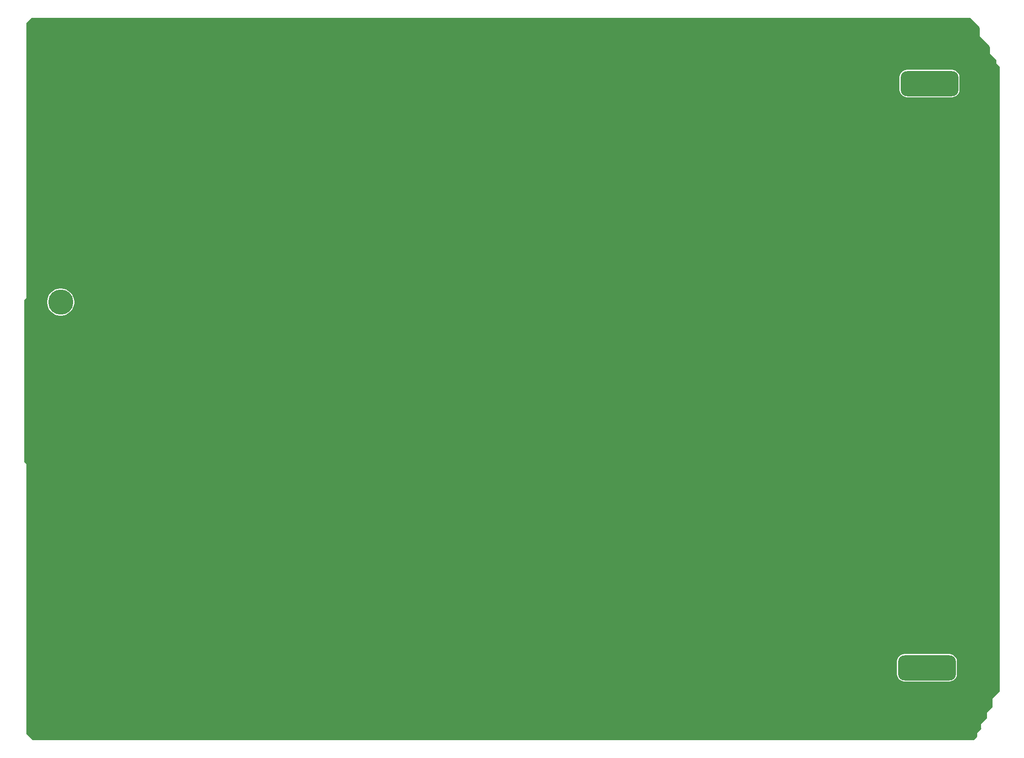
<source format=gbl>
G04*
G04 #@! TF.GenerationSoftware,Altium Limited,Altium Designer,21.9.1 (22)*
G04*
G04 Layer_Physical_Order=2*
G04 Layer_Color=16711680*
%FSLAX25Y25*%
%MOIN*%
G70*
G04*
G04 #@! TF.SameCoordinates,EB531D62-1C1F-4276-9C7D-F9011C492E8E*
G04*
G04*
G04 #@! TF.FilePolarity,Positive*
G04*
G01*
G75*
G04:AMPARAMS|DCode=22|XSize=196.85mil|YSize=452.76mil|CornerRadius=49.21mil|HoleSize=0mil|Usage=FLASHONLY|Rotation=90.000|XOffset=0mil|YOffset=0mil|HoleType=Round|Shape=RoundedRectangle|*
%AMROUNDEDRECTD22*
21,1,0.19685,0.35433,0,0,90.0*
21,1,0.09843,0.45276,0,0,90.0*
1,1,0.09843,0.17717,0.04921*
1,1,0.09843,0.17717,-0.04921*
1,1,0.09843,-0.17717,-0.04921*
1,1,0.09843,-0.17717,0.04921*
%
%ADD22ROUNDEDRECTD22*%
%ADD23C,0.19685*%
%ADD24C,0.05000*%
G36*
X860767Y1062733D02*
X861500Y1061334D01*
Y1055000D01*
X868472Y1048028D01*
X869500Y1046066D01*
Y1041500D01*
X874500Y1036500D01*
Y1033500D01*
X876961Y1031039D01*
X876961Y540961D01*
X871500Y535500D01*
Y529000D01*
X867000Y524500D01*
Y520060D01*
X866934Y519934D01*
X862500Y515500D01*
Y512500D01*
X862848Y512152D01*
X862512Y511512D01*
X859500Y508500D01*
Y505776D01*
X859195Y505195D01*
X857000Y503000D01*
X118884D01*
X114000Y507884D01*
Y719500D01*
X112539Y720961D01*
Y848039D01*
X114000Y849500D01*
Y1065171D01*
X118183Y1069355D01*
X854145Y1069355D01*
X860767Y1062733D01*
D02*
G37*
%LPC*%
G36*
X839717Y1028679D02*
X804284D01*
X802793Y1028483D01*
X801404Y1027908D01*
X800212Y1026993D01*
X799297Y1025800D01*
X798722Y1024411D01*
X798526Y1022921D01*
Y1013079D01*
X798722Y1011588D01*
X799297Y1010200D01*
X800212Y1009007D01*
X801404Y1008092D01*
X802793Y1007517D01*
X804284Y1007321D01*
X839717D01*
X841207Y1007517D01*
X842595Y1008092D01*
X843788Y1009007D01*
X844703Y1010200D01*
X845278Y1011588D01*
X845475Y1013079D01*
Y1022921D01*
X845278Y1024411D01*
X844703Y1025800D01*
X843788Y1026993D01*
X842595Y1027908D01*
X841207Y1028483D01*
X839717Y1028679D01*
D02*
G37*
G36*
X141837Y857130D02*
X140163D01*
X138511Y856868D01*
X136919Y856351D01*
X135429Y855591D01*
X134075Y854608D01*
X132892Y853425D01*
X131909Y852071D01*
X131149Y850581D01*
X130632Y848989D01*
X130370Y847337D01*
Y845663D01*
X130632Y844011D01*
X131149Y842420D01*
X131909Y840929D01*
X132892Y839575D01*
X134075Y838392D01*
X135429Y837409D01*
X136919Y836649D01*
X138511Y836132D01*
X140163Y835870D01*
X141837D01*
X143489Y836132D01*
X145080Y836649D01*
X146571Y837409D01*
X147925Y838392D01*
X149108Y839575D01*
X150092Y840929D01*
X150851Y842420D01*
X151368Y844011D01*
X151630Y845663D01*
Y847337D01*
X151368Y848989D01*
X150851Y850581D01*
X150092Y852071D01*
X149108Y853425D01*
X147925Y854608D01*
X146571Y855591D01*
X145080Y856351D01*
X143489Y856868D01*
X141837Y857130D01*
D02*
G37*
G36*
X837741Y570339D02*
X802308D01*
X800818Y570143D01*
X799429Y569568D01*
X798237Y568653D01*
X797322Y567460D01*
X796746Y566072D01*
X796550Y564581D01*
Y554739D01*
X796746Y553249D01*
X797322Y551860D01*
X798237Y550667D01*
X799429Y549753D01*
X800818Y549177D01*
X802308Y548981D01*
X837741D01*
X839232Y549177D01*
X840620Y549753D01*
X841813Y550667D01*
X842728Y551860D01*
X843303Y553249D01*
X843499Y554739D01*
Y564581D01*
X843303Y566072D01*
X842728Y567460D01*
X841813Y568653D01*
X840620Y569568D01*
X839232Y570143D01*
X837741Y570339D01*
D02*
G37*
%LPD*%
D22*
X819579Y605278D02*
D03*
X820025Y559660D02*
D03*
X822000Y1018000D02*
D03*
X821554Y972382D02*
D03*
D23*
X141118Y724554D02*
D03*
X141000Y846500D02*
D03*
D24*
X233000Y1048000D02*
D03*
X382606D02*
D03*
X681819D02*
D03*
X532213D02*
D03*
X831425D02*
D03*
X233000Y917260D02*
D03*
X382606D02*
D03*
X532213D02*
D03*
X681819D02*
D03*
X831425D02*
D03*
X532213Y775437D02*
D03*
X384563Y632721D02*
D03*
X243500Y512000D02*
D03*
X681819Y775437D02*
D03*
X534169Y632721D02*
D03*
X393500Y512000D02*
D03*
X842000D02*
D03*
X692500D02*
D03*
X542500D02*
D03*
X234957Y632721D02*
D03*
X683776D02*
D03*
X833382D02*
D03*
X233000Y775437D02*
D03*
X382606D02*
D03*
X831425D02*
D03*
M02*

</source>
